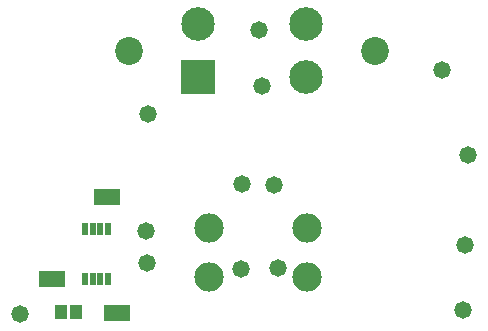
<source format=gts>
%FSLAX23Y23*%
%MOIN*%
%SFA1B1*%

%IPPOS*%
%ADD19R,0.088710X0.053280*%
%ADD20R,0.043430X0.047370*%
%ADD21R,0.024540X0.043000*%
%ADD22C,0.098000*%
%ADD23C,0.111940*%
%ADD24C,0.093040*%
%ADD25R,0.111940X0.111940*%
%ADD26C,0.058000*%
%LNegt_can-1*%
%LPD*%
G54D19*
X597Y73D03*
X379Y186D03*
X563Y461D03*
G54D20*
X409Y78D03*
X462D03*
G54D21*
X490Y188D03*
X516D03*
X541D03*
X567D03*
X490Y353D03*
X516D03*
X541D03*
X567D03*
G54D22*
X905Y358D03*
Y193D03*
X1230Y358D03*
Y193D03*
G54D23*
X868Y1036D03*
X1228D03*
Y860D03*
G54D24*
X638Y948D03*
X1458D03*
G54D25*
X868Y860D03*
G54D26*
X699Y737D03*
X1680Y885D03*
X1070Y1017D03*
X1079Y829D03*
X1122Y502D03*
X1012Y222D03*
X1134Y225D03*
X1014Y505D03*
X1767Y602D03*
X695Y347D03*
X275Y69D03*
X697Y240D03*
X1756Y300D03*
X1751Y85D03*
M02*
</source>
